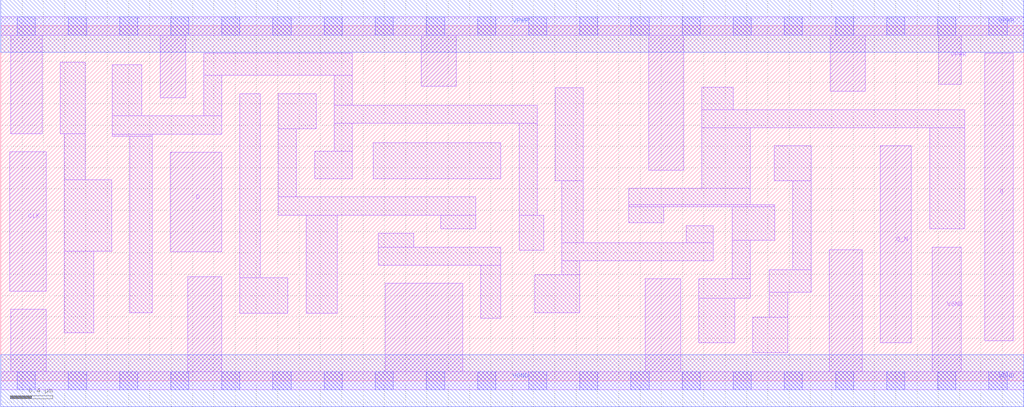
<source format=lef>
# Copyright 2020 The SkyWater PDK Authors
#
# Licensed under the Apache License, Version 2.0 (the "License");
# you may not use this file except in compliance with the License.
# You may obtain a copy of the License at
#
#     https://www.apache.org/licenses/LICENSE-2.0
#
# Unless required by applicable law or agreed to in writing, software
# distributed under the License is distributed on an "AS IS" BASIS,
# WITHOUT WARRANTIES OR CONDITIONS OF ANY KIND, either express or implied.
# See the License for the specific language governing permissions and
# limitations under the License.
#
# SPDX-License-Identifier: Apache-2.0

VERSION 5.7 ;
  NAMESCASESENSITIVE ON ;
  NOWIREEXTENSIONATPIN ON ;
  DIVIDERCHAR "/" ;
  BUSBITCHARS "[]" ;
UNITS
  DATABASE MICRONS 200 ;
END UNITS
MACRO sky130_fd_sc_lp__dfxbp_1
  CLASS CORE ;
  SOURCE USER ;
  FOREIGN sky130_fd_sc_lp__dfxbp_1 ;
  ORIGIN  0.000000  0.000000 ;
  SIZE  9.600000 BY  3.330000 ;
  SYMMETRY X Y R90 ;
  SITE unit ;
  PIN D
    ANTENNAGATEAREA  0.126000 ;
    DIRECTION INPUT ;
    USE SIGNAL ;
    PORT
      LAYER li1 ;
        RECT 1.590000 1.210000 2.075000 2.145000 ;
    END
  END D
  PIN Q
    ANTENNADIFFAREA  0.556500 ;
    DIRECTION OUTPUT ;
    USE SIGNAL ;
    PORT
      LAYER li1 ;
        RECT 9.235000 0.375000 9.505000 3.075000 ;
    END
  END Q
  PIN Q_N
    ANTENNADIFFAREA  0.556500 ;
    DIRECTION OUTPUT ;
    USE SIGNAL ;
    PORT
      LAYER li1 ;
        RECT 8.255000 0.355000 8.545000 2.205000 ;
    END
  END Q_N
  PIN CLK
    ANTENNAGATEAREA  0.159000 ;
    DIRECTION INPUT ;
    USE CLOCK ;
    PORT
      LAYER li1 ;
        RECT 0.085000 0.840000 0.425000 2.150000 ;
    END
  END CLK
  PIN VGND
    DIRECTION INOUT ;
    USE GROUND ;
    PORT
      LAYER li1 ;
        RECT 0.000000 -0.085000 9.600000 0.085000 ;
        RECT 0.095000  0.085000 0.425000 0.670000 ;
        RECT 1.755000  0.085000 2.075000 0.975000 ;
        RECT 3.610000  0.085000 4.335000 0.915000 ;
        RECT 6.050000  0.085000 6.380000 0.955000 ;
        RECT 7.775000  0.085000 8.085000 1.230000 ;
        RECT 8.745000  0.085000 9.015000 1.255000 ;
      LAYER mcon ;
        RECT 0.155000 -0.085000 0.325000 0.085000 ;
        RECT 0.635000 -0.085000 0.805000 0.085000 ;
        RECT 1.115000 -0.085000 1.285000 0.085000 ;
        RECT 1.595000 -0.085000 1.765000 0.085000 ;
        RECT 2.075000 -0.085000 2.245000 0.085000 ;
        RECT 2.555000 -0.085000 2.725000 0.085000 ;
        RECT 3.035000 -0.085000 3.205000 0.085000 ;
        RECT 3.515000 -0.085000 3.685000 0.085000 ;
        RECT 3.995000 -0.085000 4.165000 0.085000 ;
        RECT 4.475000 -0.085000 4.645000 0.085000 ;
        RECT 4.955000 -0.085000 5.125000 0.085000 ;
        RECT 5.435000 -0.085000 5.605000 0.085000 ;
        RECT 5.915000 -0.085000 6.085000 0.085000 ;
        RECT 6.395000 -0.085000 6.565000 0.085000 ;
        RECT 6.875000 -0.085000 7.045000 0.085000 ;
        RECT 7.355000 -0.085000 7.525000 0.085000 ;
        RECT 7.835000 -0.085000 8.005000 0.085000 ;
        RECT 8.315000 -0.085000 8.485000 0.085000 ;
        RECT 8.795000 -0.085000 8.965000 0.085000 ;
        RECT 9.275000 -0.085000 9.445000 0.085000 ;
      LAYER met1 ;
        RECT 0.000000 -0.245000 9.600000 0.245000 ;
    END
  END VGND
  PIN VPWR
    DIRECTION INOUT ;
    USE POWER ;
    PORT
      LAYER li1 ;
        RECT 0.000000 3.245000 9.600000 3.415000 ;
        RECT 0.095000 2.320000 0.390000 3.245000 ;
        RECT 1.495000 2.655000 1.735000 3.245000 ;
        RECT 3.945000 2.765000 4.275000 3.245000 ;
        RECT 6.080000 1.975000 6.410000 3.245000 ;
        RECT 7.785000 2.715000 8.115000 3.245000 ;
        RECT 8.805000 2.785000 9.015000 3.245000 ;
      LAYER mcon ;
        RECT 0.155000 3.245000 0.325000 3.415000 ;
        RECT 0.635000 3.245000 0.805000 3.415000 ;
        RECT 1.115000 3.245000 1.285000 3.415000 ;
        RECT 1.595000 3.245000 1.765000 3.415000 ;
        RECT 2.075000 3.245000 2.245000 3.415000 ;
        RECT 2.555000 3.245000 2.725000 3.415000 ;
        RECT 3.035000 3.245000 3.205000 3.415000 ;
        RECT 3.515000 3.245000 3.685000 3.415000 ;
        RECT 3.995000 3.245000 4.165000 3.415000 ;
        RECT 4.475000 3.245000 4.645000 3.415000 ;
        RECT 4.955000 3.245000 5.125000 3.415000 ;
        RECT 5.435000 3.245000 5.605000 3.415000 ;
        RECT 5.915000 3.245000 6.085000 3.415000 ;
        RECT 6.395000 3.245000 6.565000 3.415000 ;
        RECT 6.875000 3.245000 7.045000 3.415000 ;
        RECT 7.355000 3.245000 7.525000 3.415000 ;
        RECT 7.835000 3.245000 8.005000 3.415000 ;
        RECT 8.315000 3.245000 8.485000 3.415000 ;
        RECT 8.795000 3.245000 8.965000 3.415000 ;
        RECT 9.275000 3.245000 9.445000 3.415000 ;
      LAYER met1 ;
        RECT 0.000000 3.085000 9.600000 3.575000 ;
    END
  END VPWR
  OBS
    LAYER li1 ;
      RECT 0.560000 2.320000 0.795000 2.990000 ;
      RECT 0.595000 0.450000 0.875000 1.215000 ;
      RECT 0.595000 1.215000 1.040000 1.885000 ;
      RECT 0.595000 1.885000 0.795000 2.320000 ;
      RECT 1.045000 2.295000 1.420000 2.315000 ;
      RECT 1.045000 2.315000 2.075000 2.485000 ;
      RECT 1.045000 2.485000 1.325000 2.965000 ;
      RECT 1.210000 0.640000 1.420000 2.295000 ;
      RECT 1.905000 2.485000 2.075000 2.865000 ;
      RECT 1.905000 2.865000 3.300000 3.075000 ;
      RECT 2.245000 0.635000 2.695000 0.965000 ;
      RECT 2.245000 0.965000 2.435000 2.695000 ;
      RECT 2.605000 1.555000 4.460000 1.725000 ;
      RECT 2.605000 1.725000 2.775000 2.365000 ;
      RECT 2.605000 2.365000 2.960000 2.695000 ;
      RECT 2.865000 0.635000 3.160000 1.555000 ;
      RECT 2.945000 1.895000 3.300000 2.155000 ;
      RECT 3.130000 2.155000 3.300000 2.415000 ;
      RECT 3.130000 2.415000 5.035000 2.585000 ;
      RECT 3.130000 2.585000 3.300000 2.865000 ;
      RECT 3.495000 1.895000 4.695000 2.235000 ;
      RECT 3.545000 1.085000 4.695000 1.255000 ;
      RECT 3.545000 1.255000 3.875000 1.385000 ;
      RECT 4.130000 1.425000 4.460000 1.555000 ;
      RECT 4.505000 0.585000 4.695000 1.085000 ;
      RECT 4.865000 1.225000 5.095000 1.555000 ;
      RECT 4.865000 1.555000 5.035000 2.415000 ;
      RECT 5.010000 0.640000 5.435000 0.995000 ;
      RECT 5.205000 1.875000 5.465000 2.750000 ;
      RECT 5.265000 0.995000 5.435000 1.125000 ;
      RECT 5.265000 1.125000 6.685000 1.295000 ;
      RECT 5.265000 1.295000 5.465000 1.875000 ;
      RECT 5.895000 1.485000 6.225000 1.635000 ;
      RECT 5.895000 1.635000 7.265000 1.650000 ;
      RECT 5.895000 1.650000 7.035000 1.805000 ;
      RECT 6.435000 1.295000 6.685000 1.455000 ;
      RECT 6.550000 0.355000 6.890000 0.775000 ;
      RECT 6.550000 0.775000 7.035000 0.955000 ;
      RECT 6.580000 1.805000 7.035000 2.375000 ;
      RECT 6.580000 2.375000 9.050000 2.545000 ;
      RECT 6.580000 2.545000 6.875000 2.755000 ;
      RECT 6.865000 0.955000 7.035000 1.320000 ;
      RECT 6.865000 1.320000 7.265000 1.635000 ;
      RECT 7.060000 0.265000 7.385000 0.595000 ;
      RECT 7.215000 0.595000 7.385000 0.830000 ;
      RECT 7.215000 0.830000 7.605000 1.040000 ;
      RECT 7.260000 1.875000 7.605000 2.205000 ;
      RECT 7.435000 1.040000 7.605000 1.875000 ;
      RECT 8.720000 1.425000 9.050000 2.375000 ;
  END
END sky130_fd_sc_lp__dfxbp_1

</source>
